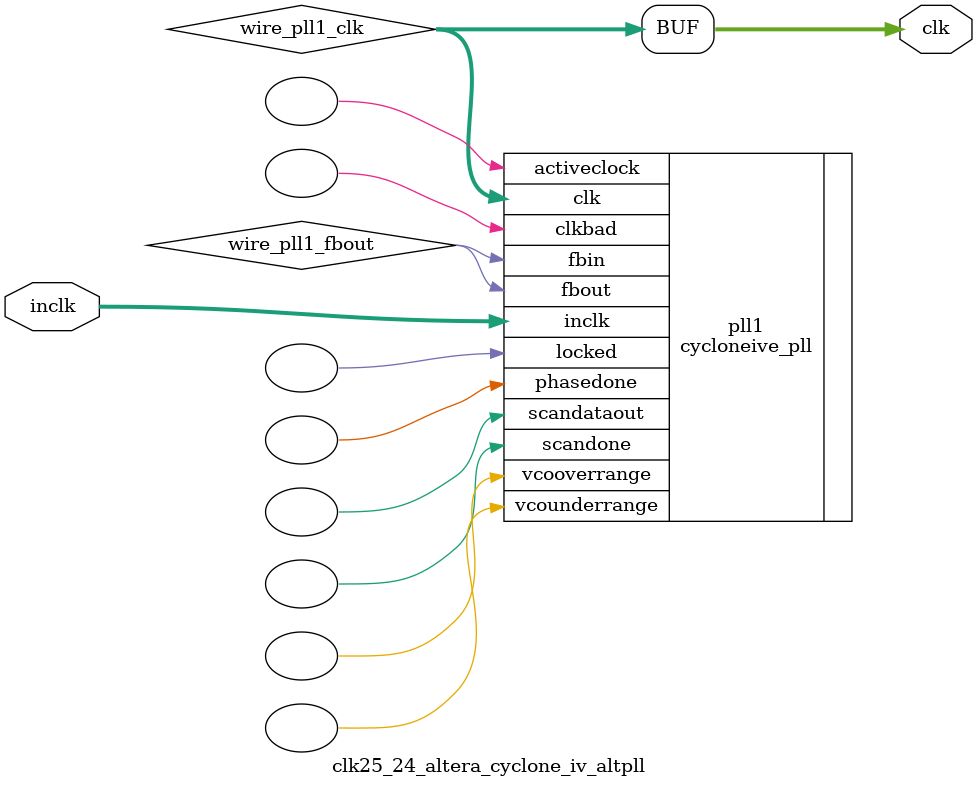
<source format=v>






//synthesis_resources = cycloneive_pll 1 
//synopsys translate_off
`timescale 1 ps / 1 ps
//synopsys translate_on
module  clk25_24_altera_cyclone_iv_altpll
	( 
	clk,
	inclk) /* synthesis synthesis_clearbox=1 */;
	output   [4:0]  clk;
	input   [1:0]  inclk;
`ifndef ALTERA_RESERVED_QIS
// synopsys translate_off
`endif
	tri0   [1:0]  inclk;
`ifndef ALTERA_RESERVED_QIS
// synopsys translate_on
`endif

	wire  [4:0]   wire_pll1_clk;
	wire  wire_pll1_fbout;

	cycloneive_pll   pll1
	( 
	.activeclock(),
	.clk(wire_pll1_clk),
	.clkbad(),
	.fbin(wire_pll1_fbout),
	.fbout(wire_pll1_fbout),
	.inclk(inclk),
	.locked(),
	.phasedone(),
	.scandataout(),
	.scandone(),
	.vcooverrange(),
	.vcounderrange()
	`ifndef FORMAL_VERIFICATION
	// synopsys translate_off
	`endif
	,
	.areset(1'b0),
	.clkswitch(1'b0),
	.configupdate(1'b0),
	.pfdena(1'b1),
	.phasecounterselect({3{1'b0}}),
	.phasestep(1'b0),
	.phaseupdown(1'b0),
	.scanclk(1'b0),
	.scanclkena(1'b1),
	.scandata(1'b0)
	`ifndef FORMAL_VERIFICATION
	// synopsys translate_on
	`endif
	);
	defparam
		pll1.bandwidth_type = "auto",
		pll1.clk0_divide_by = 2,
		pll1.clk0_duty_cycle = 50,
		pll1.clk0_multiply_by = 1,
		pll1.clk0_phase_shift = "0",
		pll1.clk1_divide_by = 25,
		pll1.clk1_duty_cycle = 50,
		pll1.clk1_multiply_by = 12,
		pll1.clk1_phase_shift = "0",
		pll1.compensate_clock = "clk0",
		pll1.inclk0_input_frequency = 20000,
		pll1.operation_mode = "normal",
		pll1.pll_type = "auto",
		pll1.lpm_type = "cycloneive_pll";
	assign
		clk = {wire_pll1_clk[4:0]};
endmodule //clk25_24_altera_cyclone_iv_altpll
//VALID FILE

</source>
